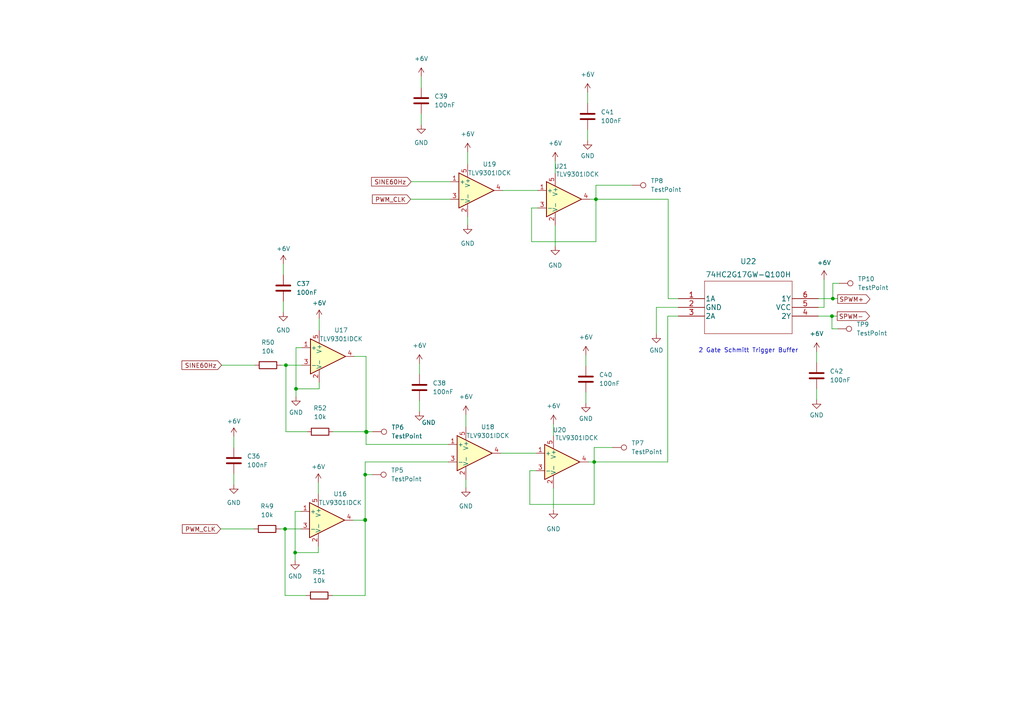
<source format=kicad_sch>
(kicad_sch (version 20211123) (generator eeschema)
  (paper "A4")
  (lib_symbols
    (symbol "+6V_1" (power) (pin_names (offset 0))
      (property "Value" "+6V_1" (at 0 3.556 0))
      (symbol "+6V_1_0_1"
        (polyline (pts (xy -0.762 1.27) (xy 0 2.54)))
        (polyline (pts (xy 0 0) (xy 0 2.54)))
        (polyline (pts (xy 0 2.54) (xy 0.762 1.27)))
      )
      (symbol "+6V_1_1_1"
        (pin power_in line (at 0 0 90) (length 0) hide (name "+6V") (number "1"))
      )
    )
    (symbol "Amplifier_Operational:TLV9001IDCK" (pin_names (offset 0.127))
      (property "Reference" "U" (at 7.62 2.54 0))
      (property "Value" "TLV9001IDCK" (at 11.43 -2.54 0))
      (symbol "TLV9001IDCK_0_1"
        (polyline (pts (xy -2.54 5.08) (xy -2.54 -5.08) (xy 7.62 0) (xy -2.54 5.08)) (stroke (width 0.254)) (fill (type background)))
      )
      (symbol "TLV9001IDCK_1_1"
        (pin input line (at -5.08 2.54 0) (length 2.54) (name "+") (number "1"))
        (pin power_in line (at 0 -7.62 90) (length 3.81) (name "V-") (number "2"))
        (pin input line (at -5.08 -2.54 0) (length 2.54) (name "-") (number "3"))
        (pin output line (at 10.16 0 180) (length 2.54) (name "~") (number "4"))
        (pin power_in line (at 0 7.62 270) (length 3.81) (name "V+") (number "5"))
      )
    )
    (symbol "Connector:TestPoint" (pin_numbers hide) (pin_names (offset 0.762) hide)
      (property "Reference" "TP" (at 0 6.858 0))
      (property "Value" "TestPoint" (at 0 5.08 0))
      (symbol "TestPoint_0_1"
        (circle (center 0 3.302) (radius 0.762))
      )
      (symbol "TestPoint_1_1"
        (pin passive line (at 0 0 90) (length 2.54) (name "1") (number "1"))
      )
    )
    (symbol "Device:C" (pin_numbers hide) (pin_names (offset 0.254))
      (property "Reference" "C" (at 0.635 2.54 0))
      (property "Value" "C" (at 0.635 -2.54 0))
      (symbol "C_0_1"
        (polyline (pts (xy -2.032 -0.762) (xy 2.032 -0.762)) (stroke (width 0.508)))
        (polyline (pts (xy -2.032 0.762) (xy 2.032 0.762)) (stroke (width 0.508)))
      )
      (symbol "C_1_1"
        (pin passive line (at 0 3.81 270) (length 2.794) (name "~") (number "1"))
        (pin passive line (at 0 -3.81 90) (length 2.794) (name "~") (number "2"))
      )
    )
    (symbol "Device:R" (pin_numbers hide) (pin_names (offset 0))
      (property "Reference" "R" (at 2.032 0 90))
      (property "Value" "R" (at 0 0 90))
      (symbol "R_0_1"
        (rectangle (start -1.016 -2.54) (end 1.016 2.54) (stroke (width 0.254)))
      )
      (symbol "R_1_1"
        (pin passive line (at 0 3.81 270) (length 1.27) (name "~") (number "1"))
        (pin passive line (at 0 -3.81 90) (length 1.27) (name "~") (number "2"))
      )
    )
    (symbol "GND_1" (power) (pin_names (offset 0))
      (property "Value" "GND_1" (at 0 -3.81 0))
      (symbol "GND_1_0_1"
        (polyline (pts (xy 0 0) (xy 0 -1.27) (xy 1.27 -1.27) (xy 0 -2.54) (xy -1.27 -1.27) (xy 0 -1.27)))
      )
      (symbol "GND_1_1_1"
        (pin power_in line (at 0 0 270) (length 0) hide (name "GND") (number "1"))
      )
    )
    (symbol "UltraLibrarian:74HC2G17GW-Q100H" (pin_names (offset 0.254))
      (property "Reference" "U" (at 20.32 10.16 0))
      (property "Value" "74HC2G17GW-Q100H" (at 20.32 7.62 0))
      (symbol "74HC2G17GW-Q100H_1_1"
        (polyline (pts (xy 7.62 -10.16) (xy 33.02 -10.16)) (stroke (width 0.127)))
        (polyline (pts (xy 7.62 5.08) (xy 7.62 -10.16)) (stroke (width 0.127)))
        (polyline (pts (xy 33.02 -10.16) (xy 33.02 5.08)) (stroke (width 0.127)))
        (polyline (pts (xy 33.02 5.08) (xy 7.62 5.08)) (stroke (width 0.127)))
        (pin input line (at 0 0 0) (length 7.62) (name "1A") (number "1"))
        (pin power_in line (at 0 -2.54 0) (length 7.62) (name "GND") (number "2"))
        (pin input line (at 0 -5.08 0) (length 7.62) (name "2A") (number "3"))
        (pin output line (at 40.64 -5.08 180) (length 7.62) (name "2Y") (number "4"))
        (pin power_in line (at 40.64 -2.54 180) (length 7.62) (name "VCC") (number "5"))
        (pin output line (at 40.64 0 180) (length 7.62) (name "1Y") (number "6"))
      )
    )
    (symbol "power:+6V" (power) (pin_names (offset 0))
      (property "Value" "+6V" (at 0 3.556 0))
      (symbol "+6V_0_1"
        (polyline (pts (xy -0.762 1.27) (xy 0 2.54)))
        (polyline (pts (xy 0 0) (xy 0 2.54)))
        (polyline (pts (xy 0 2.54) (xy 0.762 1.27)))
      )
      (symbol "+6V_1_1"
        (pin power_in line (at 0 0 90) (length 0) hide (name "+6V") (number "1"))
      )
    )
    (symbol "power:GND" (power) (pin_names (offset 0))
      (property "Value" "GND" (at 0 -3.81 0))
      (symbol "GND_0_1"
        (polyline (pts (xy 0 0) (xy 0 -1.27) (xy 1.27 -1.27) (xy 0 -2.54) (xy -1.27 -1.27) (xy 0 -1.27)))
      )
      (symbol "GND_1_1"
        (pin power_in line (at 0 0 270) (length 0) hide (name "GND") (number "1"))
      )
    )
  )
  (junction (at 85.852 112.776))
  (junction (at 106.299 125.222))
  (junction (at 172.847 57.785))
  (junction (at 82.931 105.918))
  (junction (at 85.598 160.274))
  (junction (at 172.339 133.985))
  (junction (at 105.918 150.876))
  (junction (at 82.677 153.416))
  (junction (at 106.172 125.222))
  (junction (at 105.918 150.749))
  (junction (at 241.3 91.694))
  (junction (at 241.554 86.614))
  (junction (at 106.299 125.349))
  (junction (at 105.918 137.668))
  (wire (pts (xy 82.169 76.581) (xy 82.169 79.756)))
  (wire (pts (xy 172.847 70.104) (xy 172.847 57.785)))
  (wire (pts (xy 169.926 113.792) (xy 169.926 116.967)))
  (wire (pts (xy 145.796 55.245) (xy 155.956 55.245)))
  (wire (pts (xy 82.931 105.918) (xy 87.503 105.918)))
  (wire (pts (xy 85.598 160.274) (xy 85.598 148.336)))
  (wire (pts (xy 236.855 101.981) (xy 236.855 105.156)))
  (wire (pts (xy 160.528 147.574) (xy 160.528 141.605)))
  (wire (pts (xy 85.852 115.062) (xy 85.852 112.776)))
  (wire (pts (xy 135.128 120.269) (xy 135.128 123.825)))
  (wire (pts (xy 106.172 103.378) (xy 106.172 125.222)))
  (wire (pts (xy 82.931 125.222) (xy 82.931 105.918)))
  (wire (pts (xy 88.773 172.72) (xy 82.677 172.72)))
  (wire (pts (xy 85.852 112.776) (xy 85.852 100.838)))
  (wire (pts (xy 92.329 139.954) (xy 92.329 143.256)))
  (wire (pts (xy 237.363 91.694) (xy 241.3 91.694)))
  (wire (pts (xy 105.918 133.985) (xy 105.918 137.668)))
  (wire (pts (xy 67.818 137.414) (xy 67.818 140.589)))
  (wire (pts (xy 121.666 116.205) (xy 121.666 119.38)))
  (wire (pts (xy 119.253 52.705) (xy 130.556 52.705)))
  (wire (pts (xy 155.448 136.525) (xy 153.67 136.525)))
  (wire (pts (xy 153.67 146.304) (xy 172.339 146.304)))
  (wire (pts (xy 155.956 60.325) (xy 154.178 60.325)))
  (wire (pts (xy 241.3 95.377) (xy 241.3 91.694)))
  (wire (pts (xy 193.802 57.785) (xy 193.802 86.614)))
  (wire (pts (xy 154.178 70.104) (xy 172.847 70.104)))
  (wire (pts (xy 183.261 53.721) (xy 172.847 53.721)))
  (wire (pts (xy 172.847 57.785) (xy 193.802 57.785)))
  (wire (pts (xy 237.363 86.614) (xy 241.554 86.614)))
  (wire (pts (xy 102.743 103.378) (xy 106.172 103.378)))
  (wire (pts (xy 170.434 37.592) (xy 170.434 40.767)))
  (wire (pts (xy 92.329 160.274) (xy 85.598 160.274)))
  (wire (pts (xy 161.036 71.374) (xy 161.036 65.405)))
  (wire (pts (xy 241.3 91.694) (xy 242.824 91.694)))
  (wire (pts (xy 81.534 105.918) (xy 82.931 105.918)))
  (wire (pts (xy 241.554 86.614) (xy 242.951 86.614)))
  (wire (pts (xy 105.918 137.668) (xy 107.95 137.668)))
  (wire (pts (xy 243.332 82.169) (xy 241.554 82.169)))
  (wire (pts (xy 105.918 133.985) (xy 130.048 133.985)))
  (wire (pts (xy 172.339 146.304) (xy 172.339 133.985)))
  (wire (pts (xy 193.675 133.985) (xy 193.675 91.694)))
  (wire (pts (xy 160.528 122.936) (xy 160.528 126.365)))
  (wire (pts (xy 154.178 60.325) (xy 154.178 70.104)))
  (wire (pts (xy 102.489 150.876) (xy 105.918 150.876)))
  (wire (pts (xy 92.329 158.496) (xy 92.329 160.274)))
  (wire (pts (xy 172.339 129.794) (xy 172.339 133.985)))
  (wire (pts (xy 241.554 82.169) (xy 241.554 86.614)))
  (wire (pts (xy 135.636 44.069) (xy 135.636 47.625)))
  (wire (pts (xy 106.299 125.222) (xy 108.077 125.222)))
  (wire (pts (xy 82.677 153.416) (xy 87.249 153.416)))
  (wire (pts (xy 153.67 136.525) (xy 153.67 146.304)))
  (wire (pts (xy 85.598 148.336) (xy 87.249 148.336)))
  (wire (pts (xy 172.847 53.721) (xy 172.847 57.785)))
  (wire (pts (xy 105.918 150.876) (xy 105.918 172.72)))
  (wire (pts (xy 170.434 26.797) (xy 170.434 29.972)))
  (wire (pts (xy 85.852 100.838) (xy 87.503 100.838)))
  (wire (pts (xy 237.363 89.154) (xy 239.014 89.154)))
  (wire (pts (xy 73.914 105.918) (xy 64.262 105.918)))
  (wire (pts (xy 82.169 87.376) (xy 82.169 90.551)))
  (wire (pts (xy 106.299 125.222) (xy 106.299 125.349)))
  (wire (pts (xy 242.951 86.614) (xy 242.951 86.741)))
  (wire (pts (xy 121.666 105.41) (xy 121.666 108.585)))
  (wire (pts (xy 82.677 172.72) (xy 82.677 153.416)))
  (wire (pts (xy 119.126 57.785) (xy 130.556 57.785)))
  (wire (pts (xy 161.036 46.736) (xy 161.036 50.165)))
  (wire (pts (xy 67.818 126.619) (xy 67.818 129.794)))
  (wire (pts (xy 190.373 89.154) (xy 196.723 89.154)))
  (wire (pts (xy 171.196 57.785) (xy 172.847 57.785)))
  (wire (pts (xy 239.014 89.154) (xy 239.014 81.026)))
  (wire (pts (xy 89.027 125.222) (xy 82.931 125.222)))
  (wire (pts (xy 242.951 95.377) (xy 241.3 95.377)))
  (wire (pts (xy 190.373 96.901) (xy 190.373 89.154)))
  (wire (pts (xy 92.583 92.456) (xy 92.583 95.758)))
  (wire (pts (xy 135.128 139.065) (xy 135.128 141.478)))
  (wire (pts (xy 172.339 129.794) (xy 177.673 129.794)))
  (wire (pts (xy 92.583 112.776) (xy 85.852 112.776)))
  (wire (pts (xy 96.647 125.222) (xy 106.172 125.222)))
  (wire (pts (xy 172.339 133.985) (xy 193.675 133.985)))
  (wire (pts (xy 145.288 131.445) (xy 155.448 131.445)))
  (wire (pts (xy 135.636 62.865) (xy 135.636 65.278)))
  (wire (pts (xy 236.855 112.776) (xy 236.855 115.951)))
  (wire (pts (xy 122.174 22.225) (xy 122.174 25.4)))
  (wire (pts (xy 73.66 153.416) (xy 64.008 153.416)))
  (wire (pts (xy 105.918 137.668) (xy 105.918 150.749)))
  (wire (pts (xy 85.598 162.56) (xy 85.598 160.274)))
  (wire (pts (xy 81.28 153.416) (xy 82.677 153.416)))
  (wire (pts (xy 169.926 102.997) (xy 169.926 106.172)))
  (wire (pts (xy 122.174 33.02) (xy 122.174 36.195)))
  (wire (pts (xy 106.172 128.905) (xy 106.172 125.222)))
  (wire (pts (xy 96.393 172.72) (xy 105.918 172.72)))
  (wire (pts (xy 92.583 110.998) (xy 92.583 112.776)))
  (wire (pts (xy 170.688 133.985) (xy 172.339 133.985)))
  (wire (pts (xy 193.802 86.614) (xy 196.723 86.614)))
  (wire (pts (xy 193.675 91.694) (xy 196.723 91.694)))
  (wire (pts (xy 130.048 128.905) (xy 106.172 128.905)))
  (text "2 Gate Schmitt Trigger Buffer" (at 202.565 102.489 0) (effects (font (size 1.27 1.27)) (justify left bottom)))
  (global_label "PWM_CLK" (shape input) (at 64.008 153.416 180) (property "Intersheet References" "${INTERSHEET_REFS}" (effects hide)))
  (global_label "SPWM-" (shape output) (at 242.824 91.694 0) (property "Intersheet References" "${INTERSHEET_REFS}" (effects hide)))
  (global_label "PWM_CLK" (shape input) (at 119.126 57.785 180) (property "Intersheet References" "${INTERSHEET_REFS}" (effects hide)))
  (global_label "SINE60Hz" (shape input) (at 119.253 52.705 180) (property "Intersheet References" "${INTERSHEET_REFS}" (effects hide)))
  (global_label "SINE60Hz" (shape input) (at 64.262 105.918 180) (property "Intersheet References" "${INTERSHEET_REFS}" (effects hide)))
  (global_label "SPWM+" (shape output) (at 242.951 86.741 0) (property "Intersheet References" "${INTERSHEET_REFS}" (effects hide)))
  (symbol (lib_id "power:GND") (at 85.852 115.062 0) (unit 1)
    (property "Reference" "#PWR0114" (effects hide))
    (property "Value" "GND" (at 85.852 119.634 0))
  )
  (symbol (lib_id "power:+6V") (at 161.036 46.736 0) (unit 1)
    (property "Reference" "#PWR0127" (effects hide))
    (property "Value" "+6V" (at 161.036 41.529 0))
  )
  (symbol (lib_id "Amplifier_Operational:TLV9001IDCK") (at 92.583 103.378 0) (unit 1)
    (property "Reference" "U17" (at 98.933 95.758 0))
    (property "Value" "TLV9301IDCK" (at 98.933 98.298 0))
    (property "Footprint" "Package_TO_SOT_SMD:SOT-353_SC-70-5" (effects hide))
    (property "Datasheet" "https://www.ti.com/lit/ds/symlink/tlv9001.pdf" (effects hide))
  )
  (symbol (lib_id "power:+6V") (at 160.528 122.936 0) (unit 1)
    (property "Reference" "#PWR0125" (effects hide))
    (property "Value" "+6V" (at 160.528 117.729 0))
  )
  (symbol (lib_id "Device:C") (at 169.926 109.982 0) (unit 1)
    (property "Reference" "C40" (at 173.736 108.7119 0) (effects (justify left)))
    (property "Value" "100nF" (at 173.736 111.2519 0) (effects (justify left)))
  )
  (symbol (lib_id "power:+6V") (at 135.636 44.069 0) (unit 1)
    (property "Reference" "#PWR0123" (effects hide))
    (property "Value" "+6V" (at 135.636 38.862 0))
  )
  (symbol (lib_id "Device:C") (at 236.855 108.966 0) (unit 1)
    (property "Reference" "C42" (at 240.665 107.6959 0) (effects (justify left)))
    (property "Value" "100nF" (at 240.665 110.2359 0) (effects (justify left)))
  )
  (symbol (lib_name "GND_1") (lib_id "power:GND") (at 190.373 96.901 0) (unit 1)
    (property "Reference" "#PWR0133" (effects hide))
    (property "Value" "GND" (at 190.373 101.6 0))
  )
  (symbol (lib_id "power:GND") (at 170.434 40.767 0) (unit 1)
    (property "Reference" "#PWR0132" (effects hide))
    (property "Value" "GND" (at 170.434 45.212 0))
  )
  (symbol (lib_id "power:GND") (at 121.666 119.38 0) (unit 1)
    (property "Reference" "#PWR0118" (effects hide))
    (property "Value" "GND" (at 124.333 122.555 0))
  )
  (symbol (lib_id "Device:C") (at 67.818 133.604 0) (unit 1)
    (property "Reference" "C36" (at 71.628 132.3339 0) (effects (justify left)))
    (property "Value" "100nF" (at 71.628 134.8739 0) (effects (justify left)))
  )
  (symbol (lib_id "power:GND") (at 67.818 140.589 0) (unit 1)
    (property "Reference" "#PWR0110" (effects hide))
    (property "Value" "GND" (at 67.818 145.796 0))
  )
  (symbol (lib_id "Device:C") (at 122.174 29.21 0) (unit 1)
    (property "Reference" "C39" (at 125.984 27.9399 0) (effects (justify left)))
    (property "Value" "100nF" (at 125.984 30.4799 0) (effects (justify left)))
  )
  (symbol (lib_id "Device:R") (at 92.583 172.72 270) (unit 1)
    (property "Reference" "R51" (at 92.583 165.862 90))
    (property "Value" "10k" (at 92.583 168.402 90))
  )
  (symbol (lib_id "Amplifier_Operational:TLV9001IDCK") (at 160.528 133.985 0) (unit 1)
    (property "Reference" "U20" (at 162.306 124.714 0))
    (property "Value" "TLV9301IDCK" (at 167.259 127 0))
    (property "Footprint" "Package_TO_SOT_SMD:SOT-353_SC-70-5" (effects hide))
    (property "Datasheet" "https://www.ti.com/lit/ds/symlink/tlv9001.pdf" (effects hide))
  )
  (symbol (lib_id "UltraLibrarian:74HC2G17GW-Q100H") (at 196.723 86.614 0) (unit 1)
    (property "Reference" "U22" (at 217.043 75.819 0) (effects (font (size 1.524 1.524))))
    (property "Value" "74HC2G17GW-Q100H" (at 217.043 79.629 0) (effects (font (size 1.524 1.524))))
    (property "Footprint" "UltraLibrarian:74HC2G17GW-Q100H" (effects hide))
  )
  (symbol (lib_id "Amplifier_Operational:TLV9001IDCK") (at 92.329 150.876 0) (unit 1)
    (property "Reference" "U16" (at 98.679 143.256 0))
    (property "Value" "TLV9301IDCK" (at 98.679 145.796 0))
    (property "Footprint" "Package_TO_SOT_SMD:SOT-353_SC-70-5" (effects hide))
    (property "Datasheet" "https://www.ti.com/lit/ds/symlink/tlv9001.pdf" (effects hide))
  )
  (symbol (lib_id "Device:C") (at 170.434 33.782 0) (unit 1)
    (property "Reference" "C41" (at 174.244 32.5119 0) (effects (justify left)))
    (property "Value" "100nF" (at 174.244 35.0519 0) (effects (justify left)))
  )
  (symbol (lib_id "Device:R") (at 77.47 153.416 90) (unit 1)
    (property "Reference" "R49" (at 77.47 146.812 90))
    (property "Value" "10k" (at 77.47 149.352 90))
  )
  (symbol (lib_id "Amplifier_Operational:TLV9001IDCK") (at 161.036 57.785 0) (unit 1)
    (property "Reference" "U21" (at 162.687 48.26 0))
    (property "Value" "TLV9301IDCK" (at 167.513 50.546 0))
    (property "Footprint" "Package_TO_SOT_SMD:SOT-353_SC-70-5" (effects hide))
    (property "Datasheet" "https://www.ti.com/lit/ds/symlink/tlv9001.pdf" (effects hide))
  )
  (symbol (lib_id "power:GND") (at 169.926 116.967 0) (unit 1)
    (property "Reference" "#PWR0130" (effects hide))
    (property "Value" "GND" (at 169.926 121.412 0))
  )
  (symbol (lib_id "power:+6V") (at 239.014 81.026 0) (unit 1)
    (property "Reference" "#PWR0136" (effects hide))
    (property "Value" "+6V" (at 239.014 76.2 0))
  )
  (symbol (lib_id "power:+6V") (at 170.434 26.797 0) (unit 1)
    (property "Reference" "#PWR0131" (effects hide))
    (property "Value" "+6V" (at 170.434 21.59 0))
  )
  (symbol (lib_id "power:GND") (at 82.169 90.551 0) (unit 1)
    (property "Reference" "#PWR0112" (effects hide))
    (property "Value" "GND" (at 82.169 95.758 0))
  )
  (symbol (lib_name "+6V_1") (lib_id "power:+6V") (at 92.583 92.456 0) (unit 1)
    (property "Reference" "#PWR0116" (effects hide))
    (property "Value" "+6V" (at 92.583 87.884 0))
  )
  (symbol (lib_id "Device:R") (at 77.724 105.918 90) (unit 1)
    (property "Reference" "R50" (at 77.724 99.314 90))
    (property "Value" "10k" (at 77.724 101.854 90))
  )
  (symbol (lib_id "power:+6V") (at 236.855 101.981 0) (unit 1)
    (property "Reference" "#PWR0134" (effects hide))
    (property "Value" "+6V" (at 236.855 96.774 0))
  )
  (symbol (lib_id "Connector:TestPoint") (at 107.95 137.668 270) (unit 1)
    (property "Reference" "TP5" (at 113.411 136.3979 90) (effects (justify left)))
    (property "Value" "TestPoint" (at 113.411 138.9379 90) (effects (justify left)))
    (property "Footprint" "Connector_Pin:Pin_D0.7mm_L6.5mm_W1.8mm_FlatFork" (effects hide))
  )
  (symbol (lib_id "Device:R") (at 92.837 125.222 270) (unit 1)
    (property "Reference" "R52" (at 92.837 118.364 90))
    (property "Value" "10k" (at 92.837 120.904 90))
  )
  (symbol (lib_id "power:GND") (at 160.528 147.828 0) (unit 1)
    (property "Reference" "#PWR0126" (effects hide))
    (property "Value" "GND" (at 160.528 153.416 0))
  )
  (symbol (lib_id "power:GND") (at 122.174 36.195 0) (unit 1)
    (property "Reference" "#PWR0120" (effects hide))
    (property "Value" "GND" (at 122.174 41.402 0))
  )
  (symbol (lib_id "power:+6V") (at 169.926 102.997 0) (unit 1)
    (property "Reference" "#PWR0129" (effects hide))
    (property "Value" "+6V" (at 169.926 97.79 0))
  )
  (symbol (lib_id "power:GND") (at 236.855 115.951 0) (unit 1)
    (property "Reference" "#PWR0135" (effects hide))
    (property "Value" "GND" (at 236.855 120.396 0))
  )
  (symbol (lib_id "power:+6V") (at 122.174 22.225 0) (unit 1)
    (property "Reference" "#PWR0119" (effects hide))
    (property "Value" "+6V" (at 122.174 17.018 0))
  )
  (symbol (lib_id "Connector:TestPoint") (at 177.673 129.794 270) (unit 1)
    (property "Reference" "TP7" (at 183.134 128.5239 90) (effects (justify left)))
    (property "Value" "TestPoint" (at 183.134 131.0639 90) (effects (justify left)))
    (property "Footprint" "Connector_Pin:Pin_D0.7mm_L6.5mm_W1.8mm_FlatFork" (effects hide))
  )
  (symbol (lib_id "power:+6V") (at 82.169 76.581 0) (unit 1)
    (property "Reference" "#PWR0111" (effects hide))
    (property "Value" "+6V" (at 82.169 72.136 0))
  )
  (symbol (lib_id "Amplifier_Operational:TLV9001IDCK") (at 135.128 131.445 0) (unit 1)
    (property "Reference" "U18" (at 141.478 123.825 0))
    (property "Value" "TLV9301IDCK" (at 141.478 126.365 0))
    (property "Footprint" "Package_TO_SOT_SMD:SOT-353_SC-70-5" (effects hide))
    (property "Datasheet" "https://www.ti.com/lit/ds/symlink/tlv9001.pdf" (effects hide))
  )
  (symbol (lib_id "Connector:TestPoint") (at 242.951 95.377 270) (unit 1)
    (property "Reference" "TP9" (at 248.412 94.1069 90) (effects (justify left)))
    (property "Value" "TestPoint" (at 248.412 96.6469 90) (effects (justify left)))
    (property "Footprint" "Connector_Pin:Pin_D0.7mm_L6.5mm_W1.8mm_FlatFork" (effects hide))
  )
  (symbol (lib_id "power:+6V") (at 67.818 126.619 0) (unit 1)
    (property "Reference" "#PWR0109" (effects hide))
    (property "Value" "+6V" (at 67.818 122.174 0))
  )
  (symbol (lib_id "power:GND") (at 135.128 141.478 0) (unit 1)
    (property "Reference" "#PWR0122" (effects hide))
    (property "Value" "GND" (at 135.128 146.812 0))
  )
  (symbol (lib_id "Connector:TestPoint") (at 183.261 53.721 270) (unit 1)
    (property "Reference" "TP8" (at 188.722 52.4509 90) (effects (justify left)))
    (property "Value" "TestPoint" (at 188.722 54.9909 90) (effects (justify left)))
    (property "Footprint" "Connector_Pin:Pin_D0.7mm_L6.5mm_W1.8mm_FlatFork" (effects hide))
  )
  (symbol (lib_id "Device:C") (at 121.666 112.395 0) (unit 1)
    (property "Reference" "C38" (at 125.476 111.1249 0) (effects (justify left)))
    (property "Value" "100nF" (at 125.476 113.6649 0) (effects (justify left)))
  )
  (symbol (lib_id "Amplifier_Operational:TLV9001IDCK") (at 135.636 55.245 0) (unit 1)
    (property "Reference" "U19" (at 141.986 47.625 0))
    (property "Value" "TLV9301IDCK" (at 141.986 50.165 0))
    (property "Footprint" "Package_TO_SOT_SMD:SOT-353_SC-70-5" (effects hide))
    (property "Datasheet" "https://www.ti.com/lit/ds/symlink/tlv9001.pdf" (effects hide))
  )
  (symbol (lib_id "power:+6V") (at 135.128 120.269 0) (unit 1)
    (property "Reference" "#PWR0121" (effects hide))
    (property "Value" "+6V" (at 135.128 115.062 0))
  )
  (symbol (lib_id "Device:C") (at 82.169 83.566 0) (unit 1)
    (property "Reference" "C37" (at 85.979 82.2959 0) (effects (justify left)))
    (property "Value" "100nF" (at 85.979 84.8359 0) (effects (justify left)))
  )
  (symbol (lib_id "power:GND") (at 85.598 162.56 0) (unit 1)
    (property "Reference" "#PWR0113" (effects hide))
    (property "Value" "GND" (at 85.598 167.132 0))
  )
  (symbol (lib_id "Connector:TestPoint") (at 243.332 82.169 270) (unit 1)
    (property "Reference" "TP10" (at 248.793 80.8989 90) (effects (justify left)))
    (property "Value" "TestPoint" (at 248.793 83.4389 90) (effects (justify left)))
    (property "Footprint" "Connector_Pin:Pin_D0.7mm_L6.5mm_W1.8mm_FlatFork" (effects hide))
  )
  (symbol (lib_id "power:GND") (at 161.036 71.374 0) (unit 1)
    (property "Reference" "#PWR0128" (effects hide))
    (property "Value" "GND" (at 161.036 76.962 0))
  )
  (symbol (lib_id "power:GND") (at 135.636 65.278 0) (unit 1)
    (property "Reference" "#PWR0124" (effects hide))
    (property "Value" "GND" (at 135.636 70.612 0))
  )
  (symbol (lib_id "power:+6V") (at 121.666 105.41 0) (unit 1)
    (property "Reference" "#PWR0117" (effects hide))
    (property "Value" "+6V" (at 121.666 100.203 0))
  )
  (symbol (lib_name "+6V_1") (lib_id "power:+6V") (at 92.329 139.954 0) (unit 1)
    (property "Reference" "#PWR0115" (effects hide))
    (property "Value" "+6V" (at 92.329 135.382 0))
  )
  (symbol (lib_id "Connector:TestPoint") (at 108.077 125.222 270) (unit 1)
    (property "Reference" "TP6" (at 113.538 123.9519 90) (effects (justify left)))
    (property "Value" "TestPoint" (at 113.538 126.4919 90) (effects (justify left)))
    (property "Footprint" "Connector_Pin:Pin_D0.7mm_L6.5mm_W1.8mm_FlatFork" (effects hide))
  )
)
</source>
